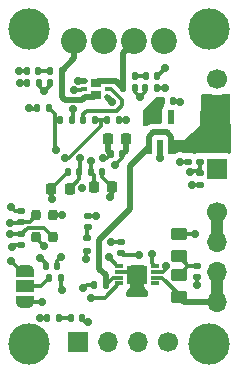
<source format=gtl>
G04 #@! TF.GenerationSoftware,KiCad,Pcbnew,7.0.7*
G04 #@! TF.CreationDate,2023-10-16T22:19:58-07:00*
G04 #@! TF.ProjectId,DeploymentBoardV2.0,4465706c-6f79-46d6-956e-74426f617264,rev?*
G04 #@! TF.SameCoordinates,Original*
G04 #@! TF.FileFunction,Copper,L1,Top*
G04 #@! TF.FilePolarity,Positive*
%FSLAX46Y46*%
G04 Gerber Fmt 4.6, Leading zero omitted, Abs format (unit mm)*
G04 Created by KiCad (PCBNEW 7.0.7) date 2023-10-16 22:19:58*
%MOMM*%
%LPD*%
G01*
G04 APERTURE LIST*
G04 Aperture macros list*
%AMRoundRect*
0 Rectangle with rounded corners*
0 $1 Rounding radius*
0 $2 $3 $4 $5 $6 $7 $8 $9 X,Y pos of 4 corners*
0 Add a 4 corners polygon primitive as box body*
4,1,4,$2,$3,$4,$5,$6,$7,$8,$9,$2,$3,0*
0 Add four circle primitives for the rounded corners*
1,1,$1+$1,$2,$3*
1,1,$1+$1,$4,$5*
1,1,$1+$1,$6,$7*
1,1,$1+$1,$8,$9*
0 Add four rect primitives between the rounded corners*
20,1,$1+$1,$2,$3,$4,$5,0*
20,1,$1+$1,$4,$5,$6,$7,0*
20,1,$1+$1,$6,$7,$8,$9,0*
20,1,$1+$1,$8,$9,$2,$3,0*%
%AMFreePoly0*
4,1,19,0.550000,-0.750000,0.000000,-0.750000,0.000000,-0.744911,-0.071157,-0.744911,-0.207708,-0.704816,-0.327430,-0.627875,-0.420627,-0.520320,-0.479746,-0.390866,-0.500000,-0.250000,-0.500000,0.250000,-0.479746,0.390866,-0.420627,0.520320,-0.327430,0.627875,-0.207708,0.704816,-0.071157,0.744911,0.000000,0.744911,0.000000,0.750000,0.550000,0.750000,0.550000,-0.750000,0.550000,-0.750000,
$1*%
%AMFreePoly1*
4,1,19,0.000000,0.744911,0.071157,0.744911,0.207708,0.704816,0.327430,0.627875,0.420627,0.520320,0.479746,0.390866,0.500000,0.250000,0.500000,-0.250000,0.479746,-0.390866,0.420627,-0.520320,0.327430,-0.627875,0.207708,-0.704816,0.071157,-0.744911,0.000000,-0.744911,0.000000,-0.750000,-0.550000,-0.750000,-0.550000,0.750000,0.000000,0.750000,0.000000,0.744911,0.000000,0.744911,
$1*%
G04 Aperture macros list end*
G04 #@! TA.AperFunction,SMDPad,CuDef*
%ADD10RoundRect,0.250000X-0.450000X0.262500X-0.450000X-0.262500X0.450000X-0.262500X0.450000X0.262500X0*%
G04 #@! TD*
G04 #@! TA.AperFunction,SMDPad,CuDef*
%ADD11RoundRect,0.140000X0.140000X0.170000X-0.140000X0.170000X-0.140000X-0.170000X0.140000X-0.170000X0*%
G04 #@! TD*
G04 #@! TA.AperFunction,SMDPad,CuDef*
%ADD12RoundRect,0.135000X0.135000X0.185000X-0.135000X0.185000X-0.135000X-0.185000X0.135000X-0.185000X0*%
G04 #@! TD*
G04 #@! TA.AperFunction,ComponentPad*
%ADD13C,3.500000*%
G04 #@! TD*
G04 #@! TA.AperFunction,SMDPad,CuDef*
%ADD14RoundRect,0.200000X0.200000X0.250000X-0.200000X0.250000X-0.200000X-0.250000X0.200000X-0.250000X0*%
G04 #@! TD*
G04 #@! TA.AperFunction,SMDPad,CuDef*
%ADD15RoundRect,0.140000X0.170000X-0.140000X0.170000X0.140000X-0.170000X0.140000X-0.170000X-0.140000X0*%
G04 #@! TD*
G04 #@! TA.AperFunction,SMDPad,CuDef*
%ADD16R,0.750000X0.300000*%
G04 #@! TD*
G04 #@! TA.AperFunction,SMDPad,CuDef*
%ADD17R,1.800000X1.650000*%
G04 #@! TD*
G04 #@! TA.AperFunction,SMDPad,CuDef*
%ADD18RoundRect,0.140000X-0.170000X0.140000X-0.170000X-0.140000X0.170000X-0.140000X0.170000X0.140000X0*%
G04 #@! TD*
G04 #@! TA.AperFunction,SMDPad,CuDef*
%ADD19RoundRect,0.135000X-0.135000X-0.185000X0.135000X-0.185000X0.135000X0.185000X-0.135000X0.185000X0*%
G04 #@! TD*
G04 #@! TA.AperFunction,SMDPad,CuDef*
%ADD20RoundRect,0.135000X-0.185000X0.135000X-0.185000X-0.135000X0.185000X-0.135000X0.185000X0.135000X0*%
G04 #@! TD*
G04 #@! TA.AperFunction,SMDPad,CuDef*
%ADD21RoundRect,0.135000X0.185000X-0.135000X0.185000X0.135000X-0.185000X0.135000X-0.185000X-0.135000X0*%
G04 #@! TD*
G04 #@! TA.AperFunction,SMDPad,CuDef*
%ADD22RoundRect,0.225000X-0.225000X-0.250000X0.225000X-0.250000X0.225000X0.250000X-0.225000X0.250000X0*%
G04 #@! TD*
G04 #@! TA.AperFunction,SMDPad,CuDef*
%ADD23RoundRect,0.140000X-0.140000X-0.170000X0.140000X-0.170000X0.140000X0.170000X-0.140000X0.170000X0*%
G04 #@! TD*
G04 #@! TA.AperFunction,SMDPad,CuDef*
%ADD24RoundRect,0.147500X0.147500X0.172500X-0.147500X0.172500X-0.147500X-0.172500X0.147500X-0.172500X0*%
G04 #@! TD*
G04 #@! TA.AperFunction,SMDPad,CuDef*
%ADD25RoundRect,0.225000X0.225000X0.250000X-0.225000X0.250000X-0.225000X-0.250000X0.225000X-0.250000X0*%
G04 #@! TD*
G04 #@! TA.AperFunction,SMDPad,CuDef*
%ADD26RoundRect,0.147500X-0.147500X-0.172500X0.147500X-0.172500X0.147500X0.172500X-0.147500X0.172500X0*%
G04 #@! TD*
G04 #@! TA.AperFunction,SMDPad,CuDef*
%ADD27R,0.425000X0.400000*%
G04 #@! TD*
G04 #@! TA.AperFunction,SMDPad,CuDef*
%ADD28R,0.900000X0.650000*%
G04 #@! TD*
G04 #@! TA.AperFunction,SMDPad,CuDef*
%ADD29FreePoly0,270.000000*%
G04 #@! TD*
G04 #@! TA.AperFunction,SMDPad,CuDef*
%ADD30R,1.500000X1.000000*%
G04 #@! TD*
G04 #@! TA.AperFunction,SMDPad,CuDef*
%ADD31FreePoly1,270.000000*%
G04 #@! TD*
G04 #@! TA.AperFunction,SMDPad,CuDef*
%ADD32RoundRect,0.147500X-0.172500X0.147500X-0.172500X-0.147500X0.172500X-0.147500X0.172500X0.147500X0*%
G04 #@! TD*
G04 #@! TA.AperFunction,SMDPad,CuDef*
%ADD33R,0.600000X1.200000*%
G04 #@! TD*
G04 #@! TA.AperFunction,ComponentPad*
%ADD34C,1.700000*%
G04 #@! TD*
G04 #@! TA.AperFunction,ComponentPad*
%ADD35O,1.700000X1.700000*%
G04 #@! TD*
G04 #@! TA.AperFunction,ComponentPad*
%ADD36R,1.700000X1.700000*%
G04 #@! TD*
G04 #@! TA.AperFunction,ComponentPad*
%ADD37C,2.200000*%
G04 #@! TD*
G04 #@! TA.AperFunction,ViaPad*
%ADD38C,0.700000*%
G04 #@! TD*
G04 #@! TA.AperFunction,Conductor*
%ADD39C,0.300000*%
G04 #@! TD*
G04 #@! TA.AperFunction,Conductor*
%ADD40C,0.500000*%
G04 #@! TD*
G04 #@! TA.AperFunction,Conductor*
%ADD41C,1.000000*%
G04 #@! TD*
G04 APERTURE END LIST*
D10*
X40604600Y-45287400D03*
X40604600Y-47112400D03*
D11*
X35836800Y-38504157D03*
X34876800Y-38504157D03*
D12*
X33552002Y-35595000D03*
X32532002Y-35595000D03*
D13*
X43180000Y-54610000D03*
D12*
X28790001Y-32450000D03*
X27770001Y-32450000D03*
D14*
X30005000Y-45545000D03*
X30005000Y-43695000D03*
X28555000Y-43695000D03*
X28555000Y-45545000D03*
D12*
X30710001Y-31440000D03*
X29690001Y-31440000D03*
D13*
X27940000Y-54610000D03*
D15*
X35737800Y-46911200D03*
X35737800Y-45951200D03*
D16*
X35584000Y-47951500D03*
X35584000Y-48451500D03*
X35584000Y-48951500D03*
X35584000Y-49451500D03*
X38584000Y-49451500D03*
X38584000Y-48951500D03*
X38584000Y-48451500D03*
X38584000Y-47951500D03*
D17*
X37084000Y-48701500D03*
D13*
X27940000Y-27940000D03*
D18*
X27290000Y-45272500D03*
X27290000Y-46232500D03*
D19*
X29630000Y-49002500D03*
X30650000Y-49002500D03*
X30540000Y-35600000D03*
X31560000Y-35600000D03*
D20*
X42418000Y-40088400D03*
X42418000Y-41108400D03*
D19*
X34530000Y-35580000D03*
X35550000Y-35580000D03*
X35850000Y-31850000D03*
X36870000Y-31850000D03*
D21*
X32880000Y-46662499D03*
X32880000Y-45642499D03*
D22*
X33425000Y-41322500D03*
X34975000Y-41322500D03*
D19*
X37790001Y-32879999D03*
X38810001Y-32879999D03*
D23*
X39159800Y-34036800D03*
X40119800Y-34036800D03*
D11*
X34414400Y-49555400D03*
X33454400Y-49555400D03*
D24*
X32425000Y-52400200D03*
X31455000Y-52400200D03*
D11*
X32205000Y-40002500D03*
X31245000Y-40002500D03*
D12*
X29610000Y-34620200D03*
X28590000Y-34620200D03*
D25*
X31382000Y-41452800D03*
X29832000Y-41452800D03*
D23*
X29329999Y-47982500D03*
X30289999Y-47982500D03*
D19*
X35850000Y-32880000D03*
X36870000Y-32880000D03*
D24*
X38804994Y-31850000D03*
X37834994Y-31850000D03*
D12*
X30730000Y-32460000D03*
X29710000Y-32460000D03*
D13*
X43180000Y-27940000D03*
D10*
X40614600Y-48769900D03*
X40614600Y-50594900D03*
D26*
X27765001Y-31430000D03*
X28735001Y-31430000D03*
D27*
X32692000Y-32330000D03*
X32692000Y-32980000D03*
X32692000Y-33630000D03*
X34568000Y-33630000D03*
X34568000Y-32980000D03*
X34568000Y-32330000D03*
D28*
X33630000Y-32505000D03*
X33630000Y-33455000D03*
D29*
X27630000Y-48392500D03*
D30*
X27630000Y-49692500D03*
D31*
X27630000Y-50992500D03*
D19*
X29460000Y-52400200D03*
X30480000Y-52400200D03*
D15*
X27260000Y-44252500D03*
X27260000Y-43292500D03*
D32*
X32890000Y-43727500D03*
X32890000Y-44697500D03*
D23*
X33145000Y-40012500D03*
X34105000Y-40012500D03*
D18*
X41376600Y-38188000D03*
X41376600Y-39148000D03*
D20*
X42418000Y-38174200D03*
X42418000Y-39194200D03*
D15*
X42194600Y-48932400D03*
X42194600Y-47972400D03*
D25*
X36144826Y-37211000D03*
X34594826Y-37211000D03*
D33*
X38089800Y-37896800D03*
X39039800Y-37896800D03*
X39989800Y-37896800D03*
X39989800Y-35396800D03*
X38089800Y-35396800D03*
D34*
X43815000Y-32156400D03*
D35*
X43815000Y-34696400D03*
X43815000Y-37236400D03*
D36*
X43815000Y-39776400D03*
D34*
X43815000Y-43434000D03*
D35*
X43815000Y-45974000D03*
X43815000Y-48514000D03*
X43815000Y-51054000D03*
D34*
X39700200Y-54432200D03*
D35*
X37160200Y-54432200D03*
X34620200Y-54432200D03*
D36*
X32080200Y-54432200D03*
D37*
X31750000Y-28930000D03*
X34290000Y-28930000D03*
X36830000Y-28930000D03*
X39370000Y-28930000D03*
D38*
X26308208Y-45238531D03*
X39039800Y-38856800D03*
X34800000Y-42152500D03*
X40716200Y-39192200D03*
X30623736Y-47189364D03*
X35000000Y-34110000D03*
X39430000Y-32870000D03*
X40749800Y-34046800D03*
X41732200Y-41097200D03*
X29895800Y-42265600D03*
X27150000Y-32460000D03*
X36170000Y-35580000D03*
X26490000Y-46390000D03*
X33578800Y-43713400D03*
X42164000Y-49555400D03*
X27970000Y-34635600D03*
X34213800Y-38836600D03*
X32970000Y-52690000D03*
X32110000Y-32290000D03*
X34869505Y-45916884D03*
X26450000Y-47580000D03*
X30750000Y-43690000D03*
X26410000Y-42980000D03*
X29244850Y-46292980D03*
X27101800Y-31430000D03*
X37490400Y-50190400D03*
X32418223Y-41405821D03*
X39480000Y-31230000D03*
X36601400Y-50190400D03*
X32537400Y-49860200D03*
X26350000Y-44340000D03*
X38475000Y-34359800D03*
X35255200Y-39446200D03*
X29050000Y-51020000D03*
X28843800Y-52374800D03*
X37266172Y-47069293D03*
X38805200Y-35071000D03*
X32290000Y-38863000D03*
X28905200Y-47294800D03*
X33145000Y-39039800D03*
X34671000Y-47188000D03*
X33197800Y-50647600D03*
X39508502Y-47980600D03*
X38379400Y-46990000D03*
X32739551Y-47354507D03*
X31700000Y-34709500D03*
X31705461Y-33093401D03*
X30700000Y-49987200D03*
X41960800Y-45262800D03*
X41555500Y-39977443D03*
X30240000Y-38130000D03*
X30997835Y-38854746D03*
X29240000Y-33190000D03*
X37340000Y-33670000D03*
D39*
X27290000Y-45272500D02*
X26342177Y-45272500D01*
X29205000Y-44745000D02*
X28212107Y-44745000D01*
X30005000Y-45545000D02*
X29205000Y-44745000D01*
X28204607Y-44752500D02*
X27810000Y-44752500D01*
X26342177Y-45272500D02*
X26308208Y-45238531D01*
X28212107Y-44745000D02*
X28204607Y-44752500D01*
X27810000Y-44752500D02*
X27290000Y-45272500D01*
X27260000Y-43292500D02*
X26722500Y-43292500D01*
X34105000Y-40012500D02*
X34105000Y-40452500D01*
X32537400Y-49860200D02*
X32842200Y-49555400D01*
X35550000Y-35580000D02*
X36170000Y-35580000D01*
D40*
X32150000Y-32330000D02*
X32692000Y-32330000D01*
D39*
X32970000Y-52690000D02*
X32709800Y-52690000D01*
X26647500Y-46232500D02*
X27290000Y-46232500D01*
X34544357Y-38836600D02*
X34876800Y-38504157D01*
X34869505Y-45916884D02*
X35703484Y-45916884D01*
X34213800Y-38836600D02*
X34544357Y-38836600D01*
X38860000Y-31850000D02*
X39480000Y-31230000D01*
D40*
X34594826Y-38222183D02*
X34876800Y-38504157D01*
D39*
X39420001Y-32879999D02*
X39430000Y-32870000D01*
X41376600Y-39148000D02*
X40760400Y-39148000D01*
X40739800Y-34036800D02*
X40749800Y-34046800D01*
X26450000Y-47580000D02*
X27262500Y-48392500D01*
X40760400Y-39148000D02*
X40716200Y-39192200D01*
X42418000Y-41108400D02*
X41743400Y-41108400D01*
X30289999Y-47523101D02*
X30289999Y-47982500D01*
X27262500Y-48392500D02*
X27630000Y-48392500D01*
X30745000Y-43695000D02*
X30750000Y-43690000D01*
X35584000Y-48451500D02*
X36834000Y-48451500D01*
X32842200Y-49555400D02*
X33454400Y-49555400D01*
X28590000Y-34645600D02*
X27980000Y-34645600D01*
X32709800Y-52690000D02*
X32420000Y-52400200D01*
X35703484Y-45916884D02*
X35737800Y-45951200D01*
X29832000Y-42201800D02*
X29895800Y-42265600D01*
X34975000Y-41322500D02*
X34975000Y-41977500D01*
X30623736Y-47189364D02*
X30289999Y-47523101D01*
X31245000Y-40002500D02*
X29832000Y-41415500D01*
X33578800Y-43713400D02*
X33559700Y-43732500D01*
X27101800Y-31430000D02*
X27770001Y-31430000D01*
D40*
X39039800Y-37896800D02*
X39039800Y-38856800D01*
D39*
X42194600Y-48932400D02*
X42194600Y-49524800D01*
X26490000Y-46390000D02*
X26647500Y-46232500D01*
X42194600Y-49524800D02*
X42164000Y-49555400D01*
X41743400Y-41108400D02*
X41732200Y-41097200D01*
X38799994Y-31850000D02*
X38860000Y-31850000D01*
X34105000Y-40452500D02*
X34975000Y-41322500D01*
X40119800Y-34036800D02*
X40739800Y-34036800D01*
X33559700Y-43732500D02*
X32890000Y-43732500D01*
X36834000Y-48451500D02*
X37084000Y-48701500D01*
X29244850Y-46292980D02*
X28555000Y-45603130D01*
X27770001Y-32450000D02*
X27160000Y-32450000D01*
D40*
X35000000Y-34062000D02*
X34568000Y-33630000D01*
D39*
X27160000Y-32450000D02*
X27150000Y-32460000D01*
X34975000Y-41977500D02*
X34800000Y-42152500D01*
X29832000Y-41452800D02*
X29832000Y-42201800D01*
X27980000Y-34645600D02*
X27970000Y-34635600D01*
X38810001Y-32879999D02*
X39420001Y-32879999D01*
D40*
X32110000Y-32290000D02*
X32150000Y-32330000D01*
D39*
X30005000Y-43695000D02*
X30745000Y-43695000D01*
D40*
X34594826Y-37211000D02*
X34594826Y-38222183D01*
D39*
X28555000Y-45603130D02*
X28555000Y-45545000D01*
X26722500Y-43292500D02*
X26410000Y-42980000D01*
D40*
X35000000Y-34110000D02*
X35000000Y-34062000D01*
D39*
X27260000Y-44252500D02*
X27997500Y-44252500D01*
X27997500Y-44252500D02*
X28555000Y-43695000D01*
X27172500Y-44340000D02*
X27260000Y-44252500D01*
X26350000Y-44340000D02*
X27172500Y-44340000D01*
D40*
X36144826Y-38196131D02*
X35836800Y-38504157D01*
D39*
X29460000Y-52400200D02*
X28869200Y-52400200D01*
X33145000Y-39039800D02*
X33145000Y-40012500D01*
X28869200Y-52400200D02*
X28843800Y-52374800D01*
X27630000Y-50992500D02*
X29022500Y-50992500D01*
X33425000Y-40292500D02*
X33145000Y-40012500D01*
X32290000Y-38863000D02*
X32290000Y-39917500D01*
X35836800Y-38864600D02*
X35836800Y-38504157D01*
X35255200Y-39446200D02*
X35836800Y-38864600D01*
X33425000Y-41322500D02*
X33425000Y-40292500D01*
D40*
X36144826Y-37211000D02*
X36144826Y-38196131D01*
D39*
X35895893Y-47069293D02*
X35737800Y-46911200D01*
X32205000Y-40629800D02*
X31382000Y-41452800D01*
X32205000Y-40002500D02*
X32205000Y-40629800D01*
X32290000Y-39917500D02*
X32205000Y-40002500D01*
X37266172Y-47069293D02*
X35895893Y-47069293D01*
X29022500Y-50992500D02*
X29050000Y-51020000D01*
X28905200Y-47294800D02*
X29329999Y-47719599D01*
X29329999Y-47719599D02*
X29329999Y-47982500D01*
X40614600Y-48769900D02*
X41412100Y-47972400D01*
X40604600Y-47164900D02*
X41412100Y-47972400D01*
X40604600Y-47112400D02*
X40604600Y-47164900D01*
X41412100Y-47972400D02*
X42194600Y-47972400D01*
X40604600Y-48759900D02*
X40614600Y-48769900D01*
X29690001Y-31440000D02*
X28740001Y-31440000D01*
X28740001Y-31440000D02*
X28730001Y-31430000D01*
X36870000Y-31850000D02*
X37839994Y-31850000D01*
X34671000Y-47218600D02*
X34671000Y-47188000D01*
X35403900Y-47951500D02*
X34671000Y-47218600D01*
X35584000Y-47951500D02*
X35403900Y-47951500D01*
X34387900Y-50647600D02*
X35584000Y-49451500D01*
X33197800Y-50647600D02*
X34387900Y-50647600D01*
X38584000Y-48951500D02*
X39217600Y-48951500D01*
D40*
X40614600Y-50594900D02*
X41073700Y-51054000D01*
D39*
X39217600Y-48951500D02*
X40614600Y-50348500D01*
D41*
X43815000Y-48514000D02*
X43815000Y-51054000D01*
D39*
X40614600Y-50348500D02*
X40614600Y-50594900D01*
D40*
X41073700Y-51054000D02*
X43815000Y-51054000D01*
D39*
X38584000Y-48451500D02*
X39309000Y-48451500D01*
X39508502Y-48251998D02*
X39508502Y-47980600D01*
X39309000Y-48451500D02*
X39508502Y-48251998D01*
D41*
X43815000Y-43434000D02*
X43815000Y-45974000D01*
D39*
X38379400Y-46990000D02*
X38379400Y-47746900D01*
X38379400Y-47746900D02*
X38584000Y-47951500D01*
X30480000Y-52400200D02*
X31460000Y-52400200D01*
X32880000Y-44702500D02*
X32890000Y-44692500D01*
X32880000Y-45642499D02*
X32880000Y-44702500D01*
X32739551Y-47354507D02*
X32739551Y-46802948D01*
X32739551Y-46802948D02*
X32880000Y-46662499D01*
D40*
X35850000Y-31850000D02*
X35850000Y-29910000D01*
X33805000Y-32330000D02*
X34568000Y-32330000D01*
X35300000Y-32330000D02*
X35850000Y-32880000D01*
X34568000Y-32330000D02*
X35300000Y-32330000D01*
X35850000Y-29910000D02*
X36830000Y-28930000D01*
X35850000Y-31850000D02*
X35850000Y-32880000D01*
X33630000Y-32505000D02*
X33805000Y-32330000D01*
X33455000Y-33630000D02*
X32692000Y-33630000D01*
X30730000Y-33630000D02*
X31010000Y-33910000D01*
X33630000Y-33455000D02*
X33455000Y-33630000D01*
X31750000Y-28930000D02*
X31750000Y-30400001D01*
X32412000Y-33910000D02*
X32692000Y-33630000D01*
X31010000Y-33910000D02*
X32412000Y-33910000D01*
X30710001Y-31440000D02*
X30710001Y-32440001D01*
X30710001Y-32440001D02*
X30730000Y-32460000D01*
X30730000Y-32460000D02*
X30730000Y-33630000D01*
X31750000Y-30400001D02*
X30710001Y-31440000D01*
X38469800Y-36666800D02*
X38089800Y-37046800D01*
D39*
X35584000Y-48951500D02*
X35018300Y-48951500D01*
D40*
X39609800Y-36666800D02*
X38469800Y-36666800D01*
X34414400Y-48752300D02*
X34414400Y-49555400D01*
X33858200Y-48196100D02*
X34414400Y-48752300D01*
X36497800Y-39488800D02*
X36497800Y-43157218D01*
X39989800Y-37896800D02*
X39989800Y-37046800D01*
X39989800Y-37046800D02*
X39609800Y-36666800D01*
X36497800Y-43157218D02*
X33858200Y-45796818D01*
X38089800Y-37046800D02*
X38089800Y-37896800D01*
X38089800Y-37896800D02*
X36497800Y-39488800D01*
D39*
X35018300Y-48951500D02*
X34414400Y-49555400D01*
D40*
X33858200Y-45796818D02*
X33858200Y-48196100D01*
D39*
X32692000Y-32980000D02*
X32409950Y-32980000D01*
X31700000Y-35460000D02*
X31560000Y-35600000D01*
X32409950Y-32980000D02*
X32296549Y-33093401D01*
X32296549Y-33093401D02*
X31705461Y-33093401D01*
X31700000Y-34709500D02*
X31700000Y-35460000D01*
X34568000Y-32980000D02*
X34859950Y-32980000D01*
X34859950Y-32980000D02*
X35830000Y-33950050D01*
X35830000Y-34360000D02*
X35380000Y-34810000D01*
X35830000Y-33950050D02*
X35830000Y-34360000D01*
X32532002Y-35117998D02*
X32532002Y-35595000D01*
X35380000Y-34810000D02*
X32840000Y-34810000D01*
X32840000Y-34810000D02*
X32532002Y-35117998D01*
X27630000Y-49692500D02*
X28940000Y-49692500D01*
X28940000Y-49692500D02*
X29630000Y-49002500D01*
X30650000Y-49937200D02*
X30650000Y-49002500D01*
X30700000Y-49987200D02*
X30650000Y-49937200D01*
X41936200Y-45287400D02*
X40604600Y-45287400D01*
X41960800Y-45262800D02*
X41936200Y-45287400D01*
X42418000Y-39194200D02*
X42418000Y-39649400D01*
X41640743Y-39892200D02*
X42175200Y-39892200D01*
X42418000Y-39649400D02*
X42418000Y-40088400D01*
X42175200Y-39892200D02*
X42418000Y-39649400D01*
X41555500Y-39977443D02*
X41640743Y-39892200D01*
X30100000Y-35600000D02*
X30100000Y-35110200D01*
X30540000Y-35600000D02*
X30100000Y-35600000D01*
X30100000Y-35110200D02*
X29610000Y-34620200D01*
X30240000Y-38130000D02*
X30100000Y-37990000D01*
X30100000Y-37990000D02*
X30100000Y-35600000D01*
X31285254Y-38854746D02*
X34000000Y-36140000D01*
X30997835Y-38854746D02*
X31285254Y-38854746D01*
X34000000Y-36140000D02*
X34000000Y-35595000D01*
X33552002Y-35595000D02*
X34000000Y-35595000D01*
X34000000Y-35595000D02*
X34515000Y-35595000D01*
X34515000Y-35595000D02*
X34530000Y-35580000D01*
X29710000Y-32720000D02*
X29240000Y-33190000D01*
X28800001Y-32460000D02*
X28790001Y-32450000D01*
X28790001Y-32450000D02*
X28790001Y-32740001D01*
X28790001Y-32740001D02*
X29240000Y-33190000D01*
X29710000Y-32460000D02*
X29710000Y-32720000D01*
X37340000Y-33670000D02*
X36870000Y-33200000D01*
X37790001Y-33219999D02*
X37790001Y-32879999D01*
X36870000Y-33200000D02*
X36870000Y-32880000D01*
X36870001Y-32879999D02*
X36870000Y-32880000D01*
X37340000Y-33670000D02*
X37790001Y-33219999D01*
G04 #@! TA.AperFunction,Conductor*
G36*
X39165730Y-33683327D02*
G01*
X39165733Y-33683329D01*
X39241084Y-33699345D01*
X39302562Y-33732535D01*
X39336339Y-33793698D01*
X39339300Y-33820634D01*
X39339300Y-34271492D01*
X39342156Y-34307791D01*
X39342157Y-34307797D01*
X39349647Y-34333575D01*
X39349448Y-34403444D01*
X39329838Y-34442481D01*
X39246004Y-34554468D01*
X39246002Y-34554471D01*
X39195708Y-34689317D01*
X39189301Y-34748916D01*
X39189300Y-34748935D01*
X39189301Y-35792300D01*
X39169617Y-35859339D01*
X39116813Y-35905094D01*
X39065301Y-35916300D01*
X38533505Y-35916300D01*
X38515535Y-35914991D01*
X38491772Y-35911510D01*
X38446690Y-35915455D01*
X38439733Y-35916064D01*
X38434332Y-35916300D01*
X38426087Y-35916300D01*
X38400022Y-35919346D01*
X38393505Y-35920108D01*
X38388203Y-35920571D01*
X38317001Y-35926801D01*
X38309934Y-35928261D01*
X38309922Y-35928204D01*
X38302553Y-35929838D01*
X38302567Y-35929895D01*
X38295539Y-35931560D01*
X38240336Y-35951652D01*
X38223363Y-35957830D01*
X38150466Y-35981986D01*
X38150464Y-35981986D01*
X38150461Y-35981988D01*
X38143922Y-35985037D01*
X38143897Y-35984985D01*
X38137108Y-35988271D01*
X38137134Y-35988322D01*
X38130684Y-35991561D01*
X38066516Y-36033764D01*
X38001147Y-36074085D01*
X37995477Y-36078569D01*
X37995441Y-36078523D01*
X37989598Y-36083284D01*
X37989635Y-36083328D01*
X37984105Y-36087968D01*
X37965305Y-36107895D01*
X37904981Y-36143149D01*
X37875112Y-36146800D01*
X37723800Y-36146800D01*
X37656761Y-36127115D01*
X37611006Y-36074311D01*
X37599800Y-36022800D01*
X37599800Y-34788789D01*
X37619485Y-34721750D01*
X37636874Y-34700359D01*
X38617941Y-33736062D01*
X38679548Y-33703109D01*
X38704853Y-33700498D01*
X39009181Y-33700498D01*
X39045205Y-33697664D01*
X39095494Y-33683053D01*
X39159107Y-33683234D01*
X39159375Y-33681977D01*
X39165730Y-33683327D01*
G37*
G04 #@! TD.AperFunction*
G04 #@! TA.AperFunction,Conductor*
G36*
X36997613Y-47881710D02*
G01*
X37101265Y-47903741D01*
X37176781Y-47919793D01*
X37176782Y-47919793D01*
X37355561Y-47919793D01*
X37355563Y-47919793D01*
X37461812Y-47897209D01*
X37534731Y-47881710D01*
X37560512Y-47879000D01*
X37584500Y-47879000D01*
X37651539Y-47898685D01*
X37697294Y-47951489D01*
X37708500Y-48002999D01*
X37708500Y-48149368D01*
X37708501Y-48149378D01*
X37712679Y-48188245D01*
X37712679Y-48214750D01*
X37708500Y-48253622D01*
X37708500Y-48649369D01*
X37708501Y-48649378D01*
X37712679Y-48688245D01*
X37712679Y-48714750D01*
X37708500Y-48753622D01*
X37708500Y-49149369D01*
X37708501Y-49149378D01*
X37712679Y-49188245D01*
X37712679Y-49214750D01*
X37708500Y-49253622D01*
X37708500Y-49649370D01*
X37708501Y-49649376D01*
X37714908Y-49708983D01*
X37765202Y-49843828D01*
X37765206Y-49843835D01*
X37851451Y-49959043D01*
X37851452Y-49959044D01*
X37851454Y-49959046D01*
X37923313Y-50012839D01*
X37965182Y-50068771D01*
X37973000Y-50112104D01*
X37973000Y-50447400D01*
X37953315Y-50514439D01*
X37900511Y-50560194D01*
X37849000Y-50571400D01*
X36293600Y-50571400D01*
X36226561Y-50551715D01*
X36180806Y-50498911D01*
X36169600Y-50447400D01*
X36169600Y-50131118D01*
X36189285Y-50064079D01*
X36219287Y-50031853D01*
X36316546Y-49959046D01*
X36402796Y-49843831D01*
X36453091Y-49708983D01*
X36459500Y-49649373D01*
X36459499Y-49253628D01*
X36459499Y-49253627D01*
X36459498Y-49253611D01*
X36455320Y-49214753D01*
X36455320Y-49188245D01*
X36459500Y-49149373D01*
X36459499Y-48753628D01*
X36453091Y-48694017D01*
X36453091Y-48694016D01*
X36402797Y-48559170D01*
X36377823Y-48525810D01*
X36353406Y-48460346D01*
X36368257Y-48392073D01*
X36377813Y-48377202D01*
X36402796Y-48343831D01*
X36453091Y-48208983D01*
X36459500Y-48149373D01*
X36459499Y-48002998D01*
X36479183Y-47935961D01*
X36531987Y-47890206D01*
X36583499Y-47879000D01*
X36971832Y-47879000D01*
X36997613Y-47881710D01*
G37*
G04 #@! TD.AperFunction*
G04 #@! TA.AperFunction,Conductor*
G36*
X43352537Y-33430625D02*
G01*
X43470178Y-33462146D01*
X43579592Y-33491463D01*
X43767918Y-33507939D01*
X43814999Y-33512059D01*
X43815000Y-33512059D01*
X43815001Y-33512059D01*
X43854234Y-33508626D01*
X44050408Y-33491463D01*
X44183653Y-33455760D01*
X44277463Y-33430625D01*
X44309556Y-33426400D01*
X44860019Y-33426400D01*
X44927058Y-33446085D01*
X44972813Y-33498889D01*
X44984017Y-33549780D01*
X45007972Y-38340928D01*
X44988623Y-38408065D01*
X44936049Y-38454083D01*
X44866941Y-38464373D01*
X44840641Y-38457730D01*
X44772482Y-38432308D01*
X44772483Y-38432308D01*
X44712883Y-38425901D01*
X44712881Y-38425900D01*
X44712873Y-38425900D01*
X44712864Y-38425900D01*
X42917129Y-38425900D01*
X42917123Y-38425901D01*
X42857518Y-38432308D01*
X42837131Y-38439912D01*
X42767439Y-38444893D01*
X42759209Y-38442805D01*
X42703207Y-38426536D01*
X42703208Y-38426536D01*
X42703204Y-38426535D01*
X42703200Y-38426534D01*
X42703197Y-38426534D01*
X42667183Y-38423700D01*
X42667181Y-38423700D01*
X42335573Y-38423700D01*
X42168819Y-38423701D01*
X42132798Y-38426534D01*
X41975673Y-38472183D01*
X41905804Y-38471983D01*
X41877959Y-38459839D01*
X41834116Y-38433911D01*
X41802995Y-38415506D01*
X41802993Y-38415505D01*
X41802991Y-38415504D01*
X41647597Y-38370357D01*
X41647591Y-38370356D01*
X41611292Y-38367500D01*
X41611290Y-38367500D01*
X41141910Y-38367500D01*
X41141908Y-38367500D01*
X41105613Y-38370356D01*
X41105608Y-38370356D01*
X41105607Y-38370357D01*
X41105605Y-38370357D01*
X41105597Y-38370359D01*
X41061880Y-38383059D01*
X40992011Y-38382858D01*
X40986650Y-38380879D01*
X40986650Y-38380880D01*
X40980465Y-38378870D01*
X40852794Y-38351733D01*
X40805591Y-38341700D01*
X40626809Y-38341700D01*
X40596154Y-38348215D01*
X40451933Y-38378870D01*
X40451928Y-38378872D01*
X40288608Y-38451588D01*
X40288603Y-38451590D01*
X40245760Y-38482718D01*
X40179953Y-38506198D01*
X40172875Y-38506400D01*
X39964300Y-38506400D01*
X39897261Y-38486715D01*
X39851506Y-38433911D01*
X39840300Y-38382400D01*
X39840299Y-37411200D01*
X39859983Y-37344161D01*
X39912787Y-37298406D01*
X39964299Y-37287200D01*
X41097199Y-37287200D01*
X41097200Y-37287200D01*
X42418000Y-36144200D01*
X42490820Y-33546925D01*
X42512376Y-33480463D01*
X42566442Y-33436206D01*
X42614772Y-33426400D01*
X43320444Y-33426400D01*
X43352537Y-33430625D01*
G37*
G04 #@! TD.AperFunction*
M02*

</source>
